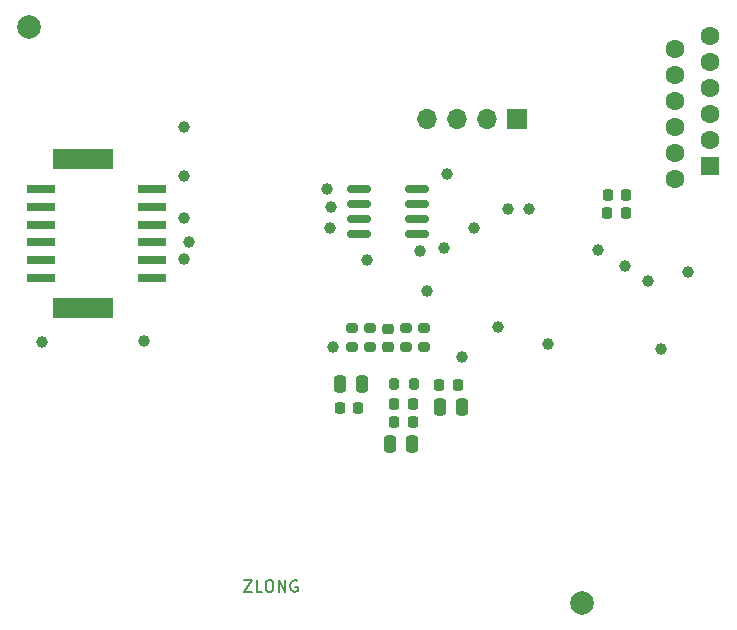
<source format=gbr>
%TF.GenerationSoftware,KiCad,Pcbnew,(6.0.5)*%
%TF.CreationDate,2022-08-22T15:38:44+08:00*%
%TF.ProjectId,SX7H02050048,53583748-3032-4303-9530-3034382e6b69,rev?*%
%TF.SameCoordinates,PX59a5380PY6d321a0*%
%TF.FileFunction,Soldermask,Top*%
%TF.FilePolarity,Negative*%
%FSLAX46Y46*%
G04 Gerber Fmt 4.6, Leading zero omitted, Abs format (unit mm)*
G04 Created by KiCad (PCBNEW (6.0.5)) date 2022-08-22 15:38:44*
%MOMM*%
%LPD*%
G01*
G04 APERTURE LIST*
G04 Aperture macros list*
%AMRoundRect*
0 Rectangle with rounded corners*
0 $1 Rounding radius*
0 $2 $3 $4 $5 $6 $7 $8 $9 X,Y pos of 4 corners*
0 Add a 4 corners polygon primitive as box body*
4,1,4,$2,$3,$4,$5,$6,$7,$8,$9,$2,$3,0*
0 Add four circle primitives for the rounded corners*
1,1,$1+$1,$2,$3*
1,1,$1+$1,$4,$5*
1,1,$1+$1,$6,$7*
1,1,$1+$1,$8,$9*
0 Add four rect primitives between the rounded corners*
20,1,$1+$1,$2,$3,$4,$5,0*
20,1,$1+$1,$4,$5,$6,$7,0*
20,1,$1+$1,$6,$7,$8,$9,0*
20,1,$1+$1,$8,$9,$2,$3,0*%
G04 Aperture macros list end*
%ADD10C,0.150000*%
%ADD11R,2.450000X0.800000*%
%ADD12R,5.050000X1.800000*%
%ADD13C,1.000000*%
%ADD14RoundRect,0.225000X0.225000X0.250000X-0.225000X0.250000X-0.225000X-0.250000X0.225000X-0.250000X0*%
%ADD15RoundRect,0.225000X-0.225000X-0.250000X0.225000X-0.250000X0.225000X0.250000X-0.225000X0.250000X0*%
%ADD16C,2.000000*%
%ADD17RoundRect,0.150000X0.825000X0.150000X-0.825000X0.150000X-0.825000X-0.150000X0.825000X-0.150000X0*%
%ADD18RoundRect,0.200000X-0.275000X0.200000X-0.275000X-0.200000X0.275000X-0.200000X0.275000X0.200000X0*%
%ADD19R,1.700000X1.700000*%
%ADD20O,1.700000X1.700000*%
%ADD21RoundRect,0.250000X0.250000X0.475000X-0.250000X0.475000X-0.250000X-0.475000X0.250000X-0.475000X0*%
%ADD22RoundRect,0.225000X-0.250000X0.225000X-0.250000X-0.225000X0.250000X-0.225000X0.250000X0.225000X0*%
%ADD23R,1.600000X1.600000*%
%ADD24C,1.600000*%
%ADD25RoundRect,0.200000X0.275000X-0.200000X0.275000X0.200000X-0.275000X0.200000X-0.275000X-0.200000X0*%
%ADD26RoundRect,0.250000X-0.250000X-0.475000X0.250000X-0.475000X0.250000X0.475000X-0.250000X0.475000X0*%
%ADD27RoundRect,0.200000X0.200000X0.275000X-0.200000X0.275000X-0.200000X-0.275000X0.200000X-0.275000X0*%
G04 APERTURE END LIST*
D10*
%TO.C,ZLONG_LOGO2*%
X113792285Y-110958380D02*
X114458952Y-110958380D01*
X113792285Y-111958380D01*
X114458952Y-111958380D01*
X115316095Y-111958380D02*
X114839904Y-111958380D01*
X114839904Y-110958380D01*
X115839904Y-110958380D02*
X116030380Y-110958380D01*
X116125619Y-111006000D01*
X116220857Y-111101238D01*
X116268476Y-111291714D01*
X116268476Y-111625047D01*
X116220857Y-111815523D01*
X116125619Y-111910761D01*
X116030380Y-111958380D01*
X115839904Y-111958380D01*
X115744666Y-111910761D01*
X115649428Y-111815523D01*
X115601809Y-111625047D01*
X115601809Y-111291714D01*
X115649428Y-111101238D01*
X115744666Y-111006000D01*
X115839904Y-110958380D01*
X116697047Y-111958380D02*
X116697047Y-110958380D01*
X117268476Y-111958380D01*
X117268476Y-110958380D01*
X118268476Y-111006000D02*
X118173238Y-110958380D01*
X118030380Y-110958380D01*
X117887523Y-111006000D01*
X117792285Y-111101238D01*
X117744666Y-111196476D01*
X117697047Y-111386952D01*
X117697047Y-111529809D01*
X117744666Y-111720285D01*
X117792285Y-111815523D01*
X117887523Y-111910761D01*
X118030380Y-111958380D01*
X118125619Y-111958380D01*
X118268476Y-111910761D01*
X118316095Y-111863142D01*
X118316095Y-111529809D01*
X118125619Y-111529809D01*
%TD*%
D11*
%TO.C,J2*%
X105944400Y-77852300D03*
X96544393Y-77852300D03*
X105944400Y-79352300D03*
X96544393Y-79352300D03*
X105944400Y-80852299D03*
X96544393Y-80852299D03*
X105944400Y-82352301D03*
X96544393Y-82352301D03*
X105944400Y-83852301D03*
X96544393Y-83852301D03*
X105944400Y-85352300D03*
X96544393Y-85352300D03*
D12*
X100144386Y-75322300D03*
X100144386Y-87882300D03*
%TD*%
D13*
%TO.C,TP50*%
X108712000Y-80264000D03*
%TD*%
%TO.C,TP6*%
X147955000Y-85598000D03*
%TD*%
D14*
%TO.C,C121*%
X128061000Y-97578240D03*
X126511000Y-97578240D03*
%TD*%
D13*
%TO.C,TP79*%
X109118400Y-82296000D03*
%TD*%
D15*
%TO.C,C144*%
X144555000Y-78300000D03*
X146105000Y-78300000D03*
%TD*%
D16*
%TO.C,MARK1*%
X95600000Y-64100000D03*
%TD*%
D15*
%TO.C,C118*%
X130323000Y-94399240D03*
X131873000Y-94399240D03*
%TD*%
D13*
%TO.C,TP93*%
X133223000Y-81153000D03*
%TD*%
%TO.C,TP92*%
X137922000Y-79502000D03*
%TD*%
%TO.C,TP25*%
X132207000Y-92075000D03*
%TD*%
%TO.C,U103*%
X128651000Y-83058000D03*
D17*
X128459000Y-81661000D03*
X128459000Y-80391000D03*
X128459000Y-79121000D03*
X128459000Y-77851000D03*
X123509000Y-77851000D03*
X123509000Y-79121000D03*
X123509000Y-80391000D03*
X123509000Y-81661000D03*
%TD*%
D13*
%TO.C,TP28*%
X129286000Y-86487000D03*
%TD*%
D14*
%TO.C,C145*%
X146095000Y-79870000D03*
X144545000Y-79870000D03*
%TD*%
D18*
%TO.C,R110*%
X124460000Y-89599000D03*
X124460000Y-91249000D03*
%TD*%
D13*
%TO.C,TP7*%
X149050000Y-91389200D03*
%TD*%
D19*
%TO.C,J101*%
X136896000Y-71882000D03*
D20*
X134356000Y-71882000D03*
X131816000Y-71882000D03*
X129276000Y-71882000D03*
%TD*%
D15*
%TO.C,C113*%
X121907000Y-96393000D03*
X123457000Y-96393000D03*
%TD*%
D21*
%TO.C,C119*%
X128016000Y-99441000D03*
X126116000Y-99441000D03*
%TD*%
D13*
%TO.C,TP52*%
X130683000Y-82804000D03*
%TD*%
%TO.C,TP77*%
X96672400Y-90779600D03*
%TD*%
D18*
%TO.C,R119*%
X122936000Y-89599000D03*
X122936000Y-91249000D03*
%TD*%
D13*
%TO.C,TP3*%
X143720000Y-82960000D03*
%TD*%
%TO.C,TP10*%
X146000000Y-84350000D03*
%TD*%
%TO.C,TP11*%
X151384000Y-84836000D03*
%TD*%
%TO.C,TP59*%
X121158000Y-79375000D03*
%TD*%
%TO.C,TP56*%
X120777000Y-77851000D03*
%TD*%
D22*
%TO.C,C122*%
X125984000Y-89649000D03*
X125984000Y-91199000D03*
%TD*%
D13*
%TO.C,TP53*%
X130937000Y-76581000D03*
%TD*%
D23*
%TO.C,J1*%
X153250000Y-75850000D03*
D24*
X153250000Y-73650000D03*
X153250000Y-71450000D03*
X153250000Y-69250000D03*
X153250000Y-67050000D03*
X153250000Y-64850000D03*
X150250000Y-76950000D03*
X150250000Y-74750000D03*
X150250000Y-72550000D03*
X150250000Y-70350000D03*
X150250000Y-68150000D03*
X150250000Y-65950000D03*
%TD*%
D25*
%TO.C,R116*%
X127508000Y-91249000D03*
X127508000Y-89599000D03*
%TD*%
D16*
%TO.C,MARK2*%
X142400000Y-112900000D03*
%TD*%
D13*
%TO.C,TP95*%
X135255000Y-89535000D03*
%TD*%
%TO.C,TP96*%
X139496800Y-90982800D03*
%TD*%
D26*
%TO.C,C116*%
X121859000Y-94361000D03*
X123759000Y-94361000D03*
%TD*%
D13*
%TO.C,TP78*%
X108712000Y-83769200D03*
%TD*%
%TO.C,TP69*%
X105308400Y-90678000D03*
%TD*%
%TO.C,TP54*%
X124206000Y-83820000D03*
%TD*%
%TO.C,TP91*%
X136144000Y-79502000D03*
%TD*%
D27*
%TO.C,L103*%
X128145000Y-94361000D03*
X126495000Y-94361000D03*
%TD*%
D13*
%TO.C,TP31*%
X121285000Y-91186000D03*
%TD*%
%TO.C,TP55*%
X121031000Y-81153000D03*
%TD*%
D26*
%TO.C,C117*%
X130368000Y-96266000D03*
X132268000Y-96266000D03*
%TD*%
D13*
%TO.C,TP49*%
X108712000Y-76758800D03*
%TD*%
D25*
%TO.C,R109*%
X129032000Y-91249000D03*
X129032000Y-89599000D03*
%TD*%
D14*
%TO.C,C120*%
X128061000Y-96012000D03*
X126511000Y-96012000D03*
%TD*%
D13*
%TO.C,TP44*%
X108712000Y-72593200D03*
%TD*%
M02*

</source>
